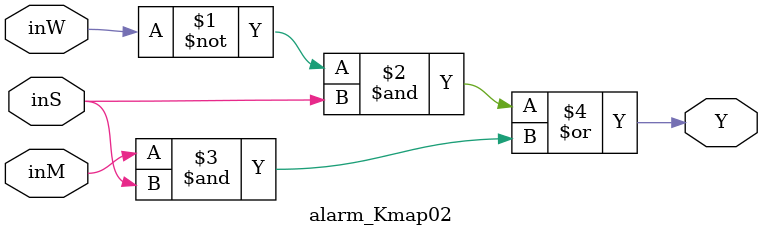
<source format=v>

module alarm_SOP01(input wire inW, inM, inS, output wire Y);

    wire N1, N2;        //Not
    wire A1, A2, A3;    //And

    //compuertas
    not NA (N1,     inW);
    not NB (N2,     inM);
    and AA (A1,     N1, N2, inS);
    and AB (A2,     N1, inM, inS);
    and AC (A3,     inW, inM, inS);
    or O0 (Y,        A1, A2, A3);

endmodule

module alarm_POS01(input wire inW, inM, inS, output wire Y);

    wire N1, N2, N3;         //Not
    wire O1, O2, O3, O4, O5; //Or

    // Compuertas
    not NA (N1,     inW);
    not NB (N2,     inM);
    not NC (N3,     inS);
    or OA (O1,      inW, inM, inS);
    or OB (O2,      inW, N2, inS);
    or OC (O3,      N1, inM, inS);
    or OD (O4,      N1, inM, N3);
    or OE (O5,      N1, N2, inS);
    and A0(Y,      O1, O2, O3, O4, O5);

endmodule

module alarm_Kmap01(input wire inW, inM, inS, output wire Y);

    wire N1;
    wire A1, A2;

    not N0(N1,  inW);
    and AA(A1,  N1, inS);
    and AB(A2,  inM, inS);
    or O0(Y,    A1, A2);

endmodule

module alarm_SOP02(input wire inW, inM, inS, output wire Y);

    assign  Y = (~inW & ~inM & inS) |
                (~inW &  inM & inS) |
                (inW  &  inM & inS);

endmodule

module alarm_POS02(input wire inW, inM, inS, output wire Y);

    assign   Y = ( inW |  inM |  inS) &
                 ( inW | ~inM |  inS) &
                 (~inW |  inM |  inS) &
                 (~inW |  inM | ~inS) &
                 (~inW | ~inM |  inS);

endmodule

module alarm_Kmap02(input wire inW, inM, inS, output wire Y);

    assign   Y = (~inW & inS) |
                 ( inM & inS);

endmodule

</source>
